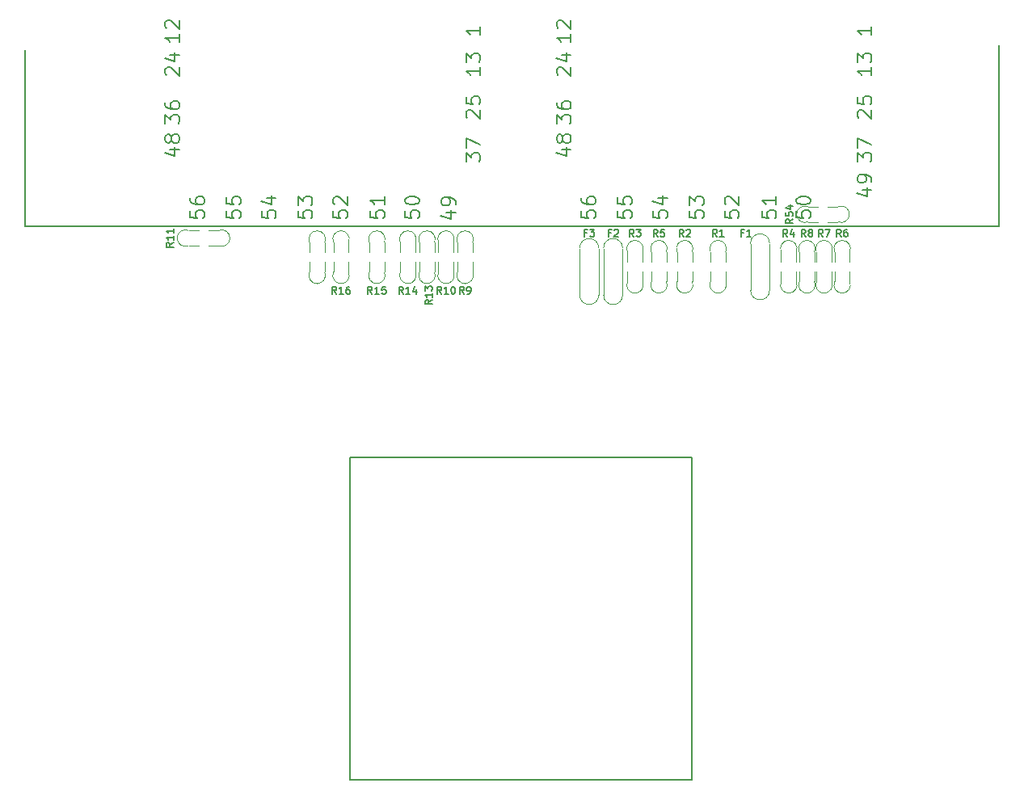
<source format=gto>
G04 #@! TF.GenerationSoftware,KiCad,Pcbnew,8.0.6-8.0.6-0~ubuntu22.04.1*
G04 #@! TF.CreationDate,2024-11-30T08:22:39+00:00*
G04 #@! TF.ProjectId,hellen-112-17,68656c6c-656e-42d3-9131-322d31372e6b,B*
G04 #@! TF.SameCoordinates,Original*
G04 #@! TF.FileFunction,Legend,Top*
G04 #@! TF.FilePolarity,Positive*
%FSLAX46Y46*%
G04 Gerber Fmt 4.6, Leading zero omitted, Abs format (unit mm)*
G04 Created by KiCad (PCBNEW 8.0.6-8.0.6-0~ubuntu22.04.1) date 2024-11-30 08:22:39*
%MOMM*%
%LPD*%
G01*
G04 APERTURE LIST*
%ADD10C,0.200000*%
%ADD11C,0.127000*%
%ADD12C,0.150000*%
%ADD13C,0.099060*%
%ADD14C,0.120000*%
G04 APERTURE END LIST*
D10*
X72187795Y71359337D02*
X72187795Y70645051D01*
X72187795Y70645051D02*
X72902081Y70573623D01*
X72902081Y70573623D02*
X72830652Y70645051D01*
X72830652Y70645051D02*
X72759224Y70787908D01*
X72759224Y70787908D02*
X72759224Y71145051D01*
X72759224Y71145051D02*
X72830652Y71287908D01*
X72830652Y71287908D02*
X72902081Y71359337D01*
X72902081Y71359337D02*
X73044938Y71430766D01*
X73044938Y71430766D02*
X73402081Y71430766D01*
X73402081Y71430766D02*
X73544938Y71359337D01*
X73544938Y71359337D02*
X73616367Y71287908D01*
X73616367Y71287908D02*
X73687795Y71145051D01*
X73687795Y71145051D02*
X73687795Y70787908D01*
X73687795Y70787908D02*
X73616367Y70645051D01*
X73616367Y70645051D02*
X73544938Y70573623D01*
X72187795Y72359337D02*
X72187795Y72502194D01*
X72187795Y72502194D02*
X72259224Y72645051D01*
X72259224Y72645051D02*
X72330652Y72716479D01*
X72330652Y72716479D02*
X72473509Y72787908D01*
X72473509Y72787908D02*
X72759224Y72859337D01*
X72759224Y72859337D02*
X73116367Y72859337D01*
X73116367Y72859337D02*
X73402081Y72787908D01*
X73402081Y72787908D02*
X73544938Y72716479D01*
X73544938Y72716479D02*
X73616367Y72645051D01*
X73616367Y72645051D02*
X73687795Y72502194D01*
X73687795Y72502194D02*
X73687795Y72359337D01*
X73687795Y72359337D02*
X73616367Y72216479D01*
X73616367Y72216479D02*
X73544938Y72145051D01*
X73544938Y72145051D02*
X73402081Y72073622D01*
X73402081Y72073622D02*
X73116367Y72002194D01*
X73116367Y72002194D02*
X72759224Y72002194D01*
X72759224Y72002194D02*
X72473509Y72073622D01*
X72473509Y72073622D02*
X72330652Y72145051D01*
X72330652Y72145051D02*
X72259224Y72216479D01*
X72259224Y72216479D02*
X72187795Y72359337D01*
X27587795Y71359337D02*
X27587795Y70645051D01*
X27587795Y70645051D02*
X28302081Y70573623D01*
X28302081Y70573623D02*
X28230652Y70645051D01*
X28230652Y70645051D02*
X28159224Y70787908D01*
X28159224Y70787908D02*
X28159224Y71145051D01*
X28159224Y71145051D02*
X28230652Y71287908D01*
X28230652Y71287908D02*
X28302081Y71359337D01*
X28302081Y71359337D02*
X28444938Y71430766D01*
X28444938Y71430766D02*
X28802081Y71430766D01*
X28802081Y71430766D02*
X28944938Y71359337D01*
X28944938Y71359337D02*
X29016367Y71287908D01*
X29016367Y71287908D02*
X29087795Y71145051D01*
X29087795Y71145051D02*
X29087795Y70787908D01*
X29087795Y70787908D02*
X29016367Y70645051D01*
X29016367Y70645051D02*
X28944938Y70573623D01*
X29087795Y72859337D02*
X29087795Y72002194D01*
X29087795Y72430765D02*
X27587795Y72430765D01*
X27587795Y72430765D02*
X27802081Y72287908D01*
X27802081Y72287908D02*
X27944938Y72145051D01*
X27944938Y72145051D02*
X28016367Y72002194D01*
X78730652Y81073623D02*
X78659224Y81145051D01*
X78659224Y81145051D02*
X78587795Y81287908D01*
X78587795Y81287908D02*
X78587795Y81645051D01*
X78587795Y81645051D02*
X78659224Y81787908D01*
X78659224Y81787908D02*
X78730652Y81859337D01*
X78730652Y81859337D02*
X78873509Y81930766D01*
X78873509Y81930766D02*
X79016367Y81930766D01*
X79016367Y81930766D02*
X79230652Y81859337D01*
X79230652Y81859337D02*
X80087795Y81002194D01*
X80087795Y81002194D02*
X80087795Y81930766D01*
X78587795Y83287908D02*
X78587795Y82573622D01*
X78587795Y82573622D02*
X79302081Y82502194D01*
X79302081Y82502194D02*
X79230652Y82573622D01*
X79230652Y82573622D02*
X79159224Y82716479D01*
X79159224Y82716479D02*
X79159224Y83073622D01*
X79159224Y83073622D02*
X79230652Y83216479D01*
X79230652Y83216479D02*
X79302081Y83287908D01*
X79302081Y83287908D02*
X79444938Y83359337D01*
X79444938Y83359337D02*
X79802081Y83359337D01*
X79802081Y83359337D02*
X79944938Y83287908D01*
X79944938Y83287908D02*
X80016367Y83216479D01*
X80016367Y83216479D02*
X80087795Y83073622D01*
X80087795Y83073622D02*
X80087795Y82716479D01*
X80087795Y82716479D02*
X80016367Y82573622D01*
X80016367Y82573622D02*
X79944938Y82502194D01*
X8687795Y71359337D02*
X8687795Y70645051D01*
X8687795Y70645051D02*
X9402081Y70573623D01*
X9402081Y70573623D02*
X9330652Y70645051D01*
X9330652Y70645051D02*
X9259224Y70787908D01*
X9259224Y70787908D02*
X9259224Y71145051D01*
X9259224Y71145051D02*
X9330652Y71287908D01*
X9330652Y71287908D02*
X9402081Y71359337D01*
X9402081Y71359337D02*
X9544938Y71430766D01*
X9544938Y71430766D02*
X9902081Y71430766D01*
X9902081Y71430766D02*
X10044938Y71359337D01*
X10044938Y71359337D02*
X10116367Y71287908D01*
X10116367Y71287908D02*
X10187795Y71145051D01*
X10187795Y71145051D02*
X10187795Y70787908D01*
X10187795Y70787908D02*
X10116367Y70645051D01*
X10116367Y70645051D02*
X10044938Y70573623D01*
X8687795Y72716479D02*
X8687795Y72430765D01*
X8687795Y72430765D02*
X8759224Y72287908D01*
X8759224Y72287908D02*
X8830652Y72216479D01*
X8830652Y72216479D02*
X9044938Y72073622D01*
X9044938Y72073622D02*
X9330652Y72002194D01*
X9330652Y72002194D02*
X9902081Y72002194D01*
X9902081Y72002194D02*
X10044938Y72073622D01*
X10044938Y72073622D02*
X10116367Y72145051D01*
X10116367Y72145051D02*
X10187795Y72287908D01*
X10187795Y72287908D02*
X10187795Y72573622D01*
X10187795Y72573622D02*
X10116367Y72716479D01*
X10116367Y72716479D02*
X10044938Y72787908D01*
X10044938Y72787908D02*
X9902081Y72859337D01*
X9902081Y72859337D02*
X9544938Y72859337D01*
X9544938Y72859337D02*
X9402081Y72787908D01*
X9402081Y72787908D02*
X9330652Y72716479D01*
X9330652Y72716479D02*
X9259224Y72573622D01*
X9259224Y72573622D02*
X9259224Y72287908D01*
X9259224Y72287908D02*
X9330652Y72145051D01*
X9330652Y72145051D02*
X9402081Y72073622D01*
X9402081Y72073622D02*
X9544938Y72002194D01*
X12487795Y71359337D02*
X12487795Y70645051D01*
X12487795Y70645051D02*
X13202081Y70573623D01*
X13202081Y70573623D02*
X13130652Y70645051D01*
X13130652Y70645051D02*
X13059224Y70787908D01*
X13059224Y70787908D02*
X13059224Y71145051D01*
X13059224Y71145051D02*
X13130652Y71287908D01*
X13130652Y71287908D02*
X13202081Y71359337D01*
X13202081Y71359337D02*
X13344938Y71430766D01*
X13344938Y71430766D02*
X13702081Y71430766D01*
X13702081Y71430766D02*
X13844938Y71359337D01*
X13844938Y71359337D02*
X13916367Y71287908D01*
X13916367Y71287908D02*
X13987795Y71145051D01*
X13987795Y71145051D02*
X13987795Y70787908D01*
X13987795Y70787908D02*
X13916367Y70645051D01*
X13916367Y70645051D02*
X13844938Y70573623D01*
X12487795Y72787908D02*
X12487795Y72073622D01*
X12487795Y72073622D02*
X13202081Y72002194D01*
X13202081Y72002194D02*
X13130652Y72073622D01*
X13130652Y72073622D02*
X13059224Y72216479D01*
X13059224Y72216479D02*
X13059224Y72573622D01*
X13059224Y72573622D02*
X13130652Y72716479D01*
X13130652Y72716479D02*
X13202081Y72787908D01*
X13202081Y72787908D02*
X13344938Y72859337D01*
X13344938Y72859337D02*
X13702081Y72859337D01*
X13702081Y72859337D02*
X13844938Y72787908D01*
X13844938Y72787908D02*
X13916367Y72716479D01*
X13916367Y72716479D02*
X13987795Y72573622D01*
X13987795Y72573622D02*
X13987795Y72216479D01*
X13987795Y72216479D02*
X13916367Y72073622D01*
X13916367Y72073622D02*
X13844938Y72002194D01*
X47230652Y85573623D02*
X47159224Y85645051D01*
X47159224Y85645051D02*
X47087795Y85787908D01*
X47087795Y85787908D02*
X47087795Y86145051D01*
X47087795Y86145051D02*
X47159224Y86287908D01*
X47159224Y86287908D02*
X47230652Y86359337D01*
X47230652Y86359337D02*
X47373509Y86430766D01*
X47373509Y86430766D02*
X47516367Y86430766D01*
X47516367Y86430766D02*
X47730652Y86359337D01*
X47730652Y86359337D02*
X48587795Y85502194D01*
X48587795Y85502194D02*
X48587795Y86430766D01*
X47587795Y87716479D02*
X48587795Y87716479D01*
X47016367Y87359337D02*
X48087795Y87002194D01*
X48087795Y87002194D02*
X48087795Y87930765D01*
X39087795Y86430766D02*
X39087795Y85573623D01*
X39087795Y86002194D02*
X37587795Y86002194D01*
X37587795Y86002194D02*
X37802081Y85859337D01*
X37802081Y85859337D02*
X37944938Y85716480D01*
X37944938Y85716480D02*
X38016367Y85573623D01*
X37587795Y86930765D02*
X37587795Y87859337D01*
X37587795Y87859337D02*
X38159224Y87359337D01*
X38159224Y87359337D02*
X38159224Y87573622D01*
X38159224Y87573622D02*
X38230652Y87716479D01*
X38230652Y87716479D02*
X38302081Y87787908D01*
X38302081Y87787908D02*
X38444938Y87859337D01*
X38444938Y87859337D02*
X38802081Y87859337D01*
X38802081Y87859337D02*
X38944938Y87787908D01*
X38944938Y87787908D02*
X39016367Y87716479D01*
X39016367Y87716479D02*
X39087795Y87573622D01*
X39087795Y87573622D02*
X39087795Y87145051D01*
X39087795Y87145051D02*
X39016367Y87002194D01*
X39016367Y87002194D02*
X38944938Y86930765D01*
X37587795Y76502194D02*
X37587795Y77430766D01*
X37587795Y77430766D02*
X38159224Y76930766D01*
X38159224Y76930766D02*
X38159224Y77145051D01*
X38159224Y77145051D02*
X38230652Y77287908D01*
X38230652Y77287908D02*
X38302081Y77359337D01*
X38302081Y77359337D02*
X38444938Y77430766D01*
X38444938Y77430766D02*
X38802081Y77430766D01*
X38802081Y77430766D02*
X38944938Y77359337D01*
X38944938Y77359337D02*
X39016367Y77287908D01*
X39016367Y77287908D02*
X39087795Y77145051D01*
X39087795Y77145051D02*
X39087795Y76716480D01*
X39087795Y76716480D02*
X39016367Y76573623D01*
X39016367Y76573623D02*
X38944938Y76502194D01*
X37587795Y77930765D02*
X37587795Y78930765D01*
X37587795Y78930765D02*
X39087795Y78287908D01*
X31187795Y71359337D02*
X31187795Y70645051D01*
X31187795Y70645051D02*
X31902081Y70573623D01*
X31902081Y70573623D02*
X31830652Y70645051D01*
X31830652Y70645051D02*
X31759224Y70787908D01*
X31759224Y70787908D02*
X31759224Y71145051D01*
X31759224Y71145051D02*
X31830652Y71287908D01*
X31830652Y71287908D02*
X31902081Y71359337D01*
X31902081Y71359337D02*
X32044938Y71430766D01*
X32044938Y71430766D02*
X32402081Y71430766D01*
X32402081Y71430766D02*
X32544938Y71359337D01*
X32544938Y71359337D02*
X32616367Y71287908D01*
X32616367Y71287908D02*
X32687795Y71145051D01*
X32687795Y71145051D02*
X32687795Y70787908D01*
X32687795Y70787908D02*
X32616367Y70645051D01*
X32616367Y70645051D02*
X32544938Y70573623D01*
X31187795Y72359337D02*
X31187795Y72502194D01*
X31187795Y72502194D02*
X31259224Y72645051D01*
X31259224Y72645051D02*
X31330652Y72716479D01*
X31330652Y72716479D02*
X31473509Y72787908D01*
X31473509Y72787908D02*
X31759224Y72859337D01*
X31759224Y72859337D02*
X32116367Y72859337D01*
X32116367Y72859337D02*
X32402081Y72787908D01*
X32402081Y72787908D02*
X32544938Y72716479D01*
X32544938Y72716479D02*
X32616367Y72645051D01*
X32616367Y72645051D02*
X32687795Y72502194D01*
X32687795Y72502194D02*
X32687795Y72359337D01*
X32687795Y72359337D02*
X32616367Y72216479D01*
X32616367Y72216479D02*
X32544938Y72145051D01*
X32544938Y72145051D02*
X32402081Y72073622D01*
X32402081Y72073622D02*
X32116367Y72002194D01*
X32116367Y72002194D02*
X31759224Y72002194D01*
X31759224Y72002194D02*
X31473509Y72073622D01*
X31473509Y72073622D02*
X31330652Y72145051D01*
X31330652Y72145051D02*
X31259224Y72216479D01*
X31259224Y72216479D02*
X31187795Y72359337D01*
X47587795Y77787908D02*
X48587795Y77787908D01*
X47016367Y77430766D02*
X48087795Y77073623D01*
X48087795Y77073623D02*
X48087795Y78002194D01*
X47730652Y78787908D02*
X47659224Y78645051D01*
X47659224Y78645051D02*
X47587795Y78573622D01*
X47587795Y78573622D02*
X47444938Y78502194D01*
X47444938Y78502194D02*
X47373509Y78502194D01*
X47373509Y78502194D02*
X47230652Y78573622D01*
X47230652Y78573622D02*
X47159224Y78645051D01*
X47159224Y78645051D02*
X47087795Y78787908D01*
X47087795Y78787908D02*
X47087795Y79073622D01*
X47087795Y79073622D02*
X47159224Y79216479D01*
X47159224Y79216479D02*
X47230652Y79287908D01*
X47230652Y79287908D02*
X47373509Y79359337D01*
X47373509Y79359337D02*
X47444938Y79359337D01*
X47444938Y79359337D02*
X47587795Y79287908D01*
X47587795Y79287908D02*
X47659224Y79216479D01*
X47659224Y79216479D02*
X47730652Y79073622D01*
X47730652Y79073622D02*
X47730652Y78787908D01*
X47730652Y78787908D02*
X47802081Y78645051D01*
X47802081Y78645051D02*
X47873509Y78573622D01*
X47873509Y78573622D02*
X48016367Y78502194D01*
X48016367Y78502194D02*
X48302081Y78502194D01*
X48302081Y78502194D02*
X48444938Y78573622D01*
X48444938Y78573622D02*
X48516367Y78645051D01*
X48516367Y78645051D02*
X48587795Y78787908D01*
X48587795Y78787908D02*
X48587795Y79073622D01*
X48587795Y79073622D02*
X48516367Y79216479D01*
X48516367Y79216479D02*
X48444938Y79287908D01*
X48444938Y79287908D02*
X48302081Y79359337D01*
X48302081Y79359337D02*
X48016367Y79359337D01*
X48016367Y79359337D02*
X47873509Y79287908D01*
X47873509Y79287908D02*
X47802081Y79216479D01*
X47802081Y79216479D02*
X47730652Y79073622D01*
X64687795Y71359337D02*
X64687795Y70645051D01*
X64687795Y70645051D02*
X65402081Y70573623D01*
X65402081Y70573623D02*
X65330652Y70645051D01*
X65330652Y70645051D02*
X65259224Y70787908D01*
X65259224Y70787908D02*
X65259224Y71145051D01*
X65259224Y71145051D02*
X65330652Y71287908D01*
X65330652Y71287908D02*
X65402081Y71359337D01*
X65402081Y71359337D02*
X65544938Y71430766D01*
X65544938Y71430766D02*
X65902081Y71430766D01*
X65902081Y71430766D02*
X66044938Y71359337D01*
X66044938Y71359337D02*
X66116367Y71287908D01*
X66116367Y71287908D02*
X66187795Y71145051D01*
X66187795Y71145051D02*
X66187795Y70787908D01*
X66187795Y70787908D02*
X66116367Y70645051D01*
X66116367Y70645051D02*
X66044938Y70573623D01*
X64830652Y72002194D02*
X64759224Y72073622D01*
X64759224Y72073622D02*
X64687795Y72216479D01*
X64687795Y72216479D02*
X64687795Y72573622D01*
X64687795Y72573622D02*
X64759224Y72716479D01*
X64759224Y72716479D02*
X64830652Y72787908D01*
X64830652Y72787908D02*
X64973509Y72859337D01*
X64973509Y72859337D02*
X65116367Y72859337D01*
X65116367Y72859337D02*
X65330652Y72787908D01*
X65330652Y72787908D02*
X66187795Y71930765D01*
X66187795Y71930765D02*
X66187795Y72859337D01*
X68587795Y71359337D02*
X68587795Y70645051D01*
X68587795Y70645051D02*
X69302081Y70573623D01*
X69302081Y70573623D02*
X69230652Y70645051D01*
X69230652Y70645051D02*
X69159224Y70787908D01*
X69159224Y70787908D02*
X69159224Y71145051D01*
X69159224Y71145051D02*
X69230652Y71287908D01*
X69230652Y71287908D02*
X69302081Y71359337D01*
X69302081Y71359337D02*
X69444938Y71430766D01*
X69444938Y71430766D02*
X69802081Y71430766D01*
X69802081Y71430766D02*
X69944938Y71359337D01*
X69944938Y71359337D02*
X70016367Y71287908D01*
X70016367Y71287908D02*
X70087795Y71145051D01*
X70087795Y71145051D02*
X70087795Y70787908D01*
X70087795Y70787908D02*
X70016367Y70645051D01*
X70016367Y70645051D02*
X69944938Y70573623D01*
X70087795Y72859337D02*
X70087795Y72002194D01*
X70087795Y72430765D02*
X68587795Y72430765D01*
X68587795Y72430765D02*
X68802081Y72287908D01*
X68802081Y72287908D02*
X68944938Y72145051D01*
X68944938Y72145051D02*
X69016367Y72002194D01*
X6230652Y85573623D02*
X6159224Y85645051D01*
X6159224Y85645051D02*
X6087795Y85787908D01*
X6087795Y85787908D02*
X6087795Y86145051D01*
X6087795Y86145051D02*
X6159224Y86287908D01*
X6159224Y86287908D02*
X6230652Y86359337D01*
X6230652Y86359337D02*
X6373509Y86430766D01*
X6373509Y86430766D02*
X6516367Y86430766D01*
X6516367Y86430766D02*
X6730652Y86359337D01*
X6730652Y86359337D02*
X7587795Y85502194D01*
X7587795Y85502194D02*
X7587795Y86430766D01*
X6587795Y87716479D02*
X7587795Y87716479D01*
X6016367Y87359337D02*
X7087795Y87002194D01*
X7087795Y87002194D02*
X7087795Y87930765D01*
X57187795Y71359337D02*
X57187795Y70645051D01*
X57187795Y70645051D02*
X57902081Y70573623D01*
X57902081Y70573623D02*
X57830652Y70645051D01*
X57830652Y70645051D02*
X57759224Y70787908D01*
X57759224Y70787908D02*
X57759224Y71145051D01*
X57759224Y71145051D02*
X57830652Y71287908D01*
X57830652Y71287908D02*
X57902081Y71359337D01*
X57902081Y71359337D02*
X58044938Y71430766D01*
X58044938Y71430766D02*
X58402081Y71430766D01*
X58402081Y71430766D02*
X58544938Y71359337D01*
X58544938Y71359337D02*
X58616367Y71287908D01*
X58616367Y71287908D02*
X58687795Y71145051D01*
X58687795Y71145051D02*
X58687795Y70787908D01*
X58687795Y70787908D02*
X58616367Y70645051D01*
X58616367Y70645051D02*
X58544938Y70573623D01*
X57687795Y72716479D02*
X58687795Y72716479D01*
X57116367Y72359337D02*
X58187795Y72002194D01*
X58187795Y72002194D02*
X58187795Y72930765D01*
X37730652Y81073623D02*
X37659224Y81145051D01*
X37659224Y81145051D02*
X37587795Y81287908D01*
X37587795Y81287908D02*
X37587795Y81645051D01*
X37587795Y81645051D02*
X37659224Y81787908D01*
X37659224Y81787908D02*
X37730652Y81859337D01*
X37730652Y81859337D02*
X37873509Y81930766D01*
X37873509Y81930766D02*
X38016367Y81930766D01*
X38016367Y81930766D02*
X38230652Y81859337D01*
X38230652Y81859337D02*
X39087795Y81002194D01*
X39087795Y81002194D02*
X39087795Y81930766D01*
X37587795Y83287908D02*
X37587795Y82573622D01*
X37587795Y82573622D02*
X38302081Y82502194D01*
X38302081Y82502194D02*
X38230652Y82573622D01*
X38230652Y82573622D02*
X38159224Y82716479D01*
X38159224Y82716479D02*
X38159224Y83073622D01*
X38159224Y83073622D02*
X38230652Y83216479D01*
X38230652Y83216479D02*
X38302081Y83287908D01*
X38302081Y83287908D02*
X38444938Y83359337D01*
X38444938Y83359337D02*
X38802081Y83359337D01*
X38802081Y83359337D02*
X38944938Y83287908D01*
X38944938Y83287908D02*
X39016367Y83216479D01*
X39016367Y83216479D02*
X39087795Y83073622D01*
X39087795Y83073622D02*
X39087795Y82716479D01*
X39087795Y82716479D02*
X39016367Y82573622D01*
X39016367Y82573622D02*
X38944938Y82502194D01*
X53487795Y71359337D02*
X53487795Y70645051D01*
X53487795Y70645051D02*
X54202081Y70573623D01*
X54202081Y70573623D02*
X54130652Y70645051D01*
X54130652Y70645051D02*
X54059224Y70787908D01*
X54059224Y70787908D02*
X54059224Y71145051D01*
X54059224Y71145051D02*
X54130652Y71287908D01*
X54130652Y71287908D02*
X54202081Y71359337D01*
X54202081Y71359337D02*
X54344938Y71430766D01*
X54344938Y71430766D02*
X54702081Y71430766D01*
X54702081Y71430766D02*
X54844938Y71359337D01*
X54844938Y71359337D02*
X54916367Y71287908D01*
X54916367Y71287908D02*
X54987795Y71145051D01*
X54987795Y71145051D02*
X54987795Y70787908D01*
X54987795Y70787908D02*
X54916367Y70645051D01*
X54916367Y70645051D02*
X54844938Y70573623D01*
X53487795Y72787908D02*
X53487795Y72073622D01*
X53487795Y72073622D02*
X54202081Y72002194D01*
X54202081Y72002194D02*
X54130652Y72073622D01*
X54130652Y72073622D02*
X54059224Y72216479D01*
X54059224Y72216479D02*
X54059224Y72573622D01*
X54059224Y72573622D02*
X54130652Y72716479D01*
X54130652Y72716479D02*
X54202081Y72787908D01*
X54202081Y72787908D02*
X54344938Y72859337D01*
X54344938Y72859337D02*
X54702081Y72859337D01*
X54702081Y72859337D02*
X54844938Y72787908D01*
X54844938Y72787908D02*
X54916367Y72716479D01*
X54916367Y72716479D02*
X54987795Y72573622D01*
X54987795Y72573622D02*
X54987795Y72216479D01*
X54987795Y72216479D02*
X54916367Y72073622D01*
X54916367Y72073622D02*
X54844938Y72002194D01*
X23687795Y71359337D02*
X23687795Y70645051D01*
X23687795Y70645051D02*
X24402081Y70573623D01*
X24402081Y70573623D02*
X24330652Y70645051D01*
X24330652Y70645051D02*
X24259224Y70787908D01*
X24259224Y70787908D02*
X24259224Y71145051D01*
X24259224Y71145051D02*
X24330652Y71287908D01*
X24330652Y71287908D02*
X24402081Y71359337D01*
X24402081Y71359337D02*
X24544938Y71430766D01*
X24544938Y71430766D02*
X24902081Y71430766D01*
X24902081Y71430766D02*
X25044938Y71359337D01*
X25044938Y71359337D02*
X25116367Y71287908D01*
X25116367Y71287908D02*
X25187795Y71145051D01*
X25187795Y71145051D02*
X25187795Y70787908D01*
X25187795Y70787908D02*
X25116367Y70645051D01*
X25116367Y70645051D02*
X25044938Y70573623D01*
X23830652Y72002194D02*
X23759224Y72073622D01*
X23759224Y72073622D02*
X23687795Y72216479D01*
X23687795Y72216479D02*
X23687795Y72573622D01*
X23687795Y72573622D02*
X23759224Y72716479D01*
X23759224Y72716479D02*
X23830652Y72787908D01*
X23830652Y72787908D02*
X23973509Y72859337D01*
X23973509Y72859337D02*
X24116367Y72859337D01*
X24116367Y72859337D02*
X24330652Y72787908D01*
X24330652Y72787908D02*
X25187795Y71930765D01*
X25187795Y71930765D02*
X25187795Y72859337D01*
X6087795Y80502194D02*
X6087795Y81430766D01*
X6087795Y81430766D02*
X6659224Y80930766D01*
X6659224Y80930766D02*
X6659224Y81145051D01*
X6659224Y81145051D02*
X6730652Y81287908D01*
X6730652Y81287908D02*
X6802081Y81359337D01*
X6802081Y81359337D02*
X6944938Y81430766D01*
X6944938Y81430766D02*
X7302081Y81430766D01*
X7302081Y81430766D02*
X7444938Y81359337D01*
X7444938Y81359337D02*
X7516367Y81287908D01*
X7516367Y81287908D02*
X7587795Y81145051D01*
X7587795Y81145051D02*
X7587795Y80716480D01*
X7587795Y80716480D02*
X7516367Y80573623D01*
X7516367Y80573623D02*
X7444938Y80502194D01*
X6087795Y82716479D02*
X6087795Y82430765D01*
X6087795Y82430765D02*
X6159224Y82287908D01*
X6159224Y82287908D02*
X6230652Y82216479D01*
X6230652Y82216479D02*
X6444938Y82073622D01*
X6444938Y82073622D02*
X6730652Y82002194D01*
X6730652Y82002194D02*
X7302081Y82002194D01*
X7302081Y82002194D02*
X7444938Y82073622D01*
X7444938Y82073622D02*
X7516367Y82145051D01*
X7516367Y82145051D02*
X7587795Y82287908D01*
X7587795Y82287908D02*
X7587795Y82573622D01*
X7587795Y82573622D02*
X7516367Y82716479D01*
X7516367Y82716479D02*
X7444938Y82787908D01*
X7444938Y82787908D02*
X7302081Y82859337D01*
X7302081Y82859337D02*
X6944938Y82859337D01*
X6944938Y82859337D02*
X6802081Y82787908D01*
X6802081Y82787908D02*
X6730652Y82716479D01*
X6730652Y82716479D02*
X6659224Y82573622D01*
X6659224Y82573622D02*
X6659224Y82287908D01*
X6659224Y82287908D02*
X6730652Y82145051D01*
X6730652Y82145051D02*
X6802081Y82073622D01*
X6802081Y82073622D02*
X6944938Y82002194D01*
X39087795Y90645052D02*
X39087795Y89787909D01*
X39087795Y90216480D02*
X37587795Y90216480D01*
X37587795Y90216480D02*
X37802081Y90073623D01*
X37802081Y90073623D02*
X37944938Y89930766D01*
X37944938Y89930766D02*
X38016367Y89787909D01*
X19987795Y71359337D02*
X19987795Y70645051D01*
X19987795Y70645051D02*
X20702081Y70573623D01*
X20702081Y70573623D02*
X20630652Y70645051D01*
X20630652Y70645051D02*
X20559224Y70787908D01*
X20559224Y70787908D02*
X20559224Y71145051D01*
X20559224Y71145051D02*
X20630652Y71287908D01*
X20630652Y71287908D02*
X20702081Y71359337D01*
X20702081Y71359337D02*
X20844938Y71430766D01*
X20844938Y71430766D02*
X21202081Y71430766D01*
X21202081Y71430766D02*
X21344938Y71359337D01*
X21344938Y71359337D02*
X21416367Y71287908D01*
X21416367Y71287908D02*
X21487795Y71145051D01*
X21487795Y71145051D02*
X21487795Y70787908D01*
X21487795Y70787908D02*
X21416367Y70645051D01*
X21416367Y70645051D02*
X21344938Y70573623D01*
X19987795Y71930765D02*
X19987795Y72859337D01*
X19987795Y72859337D02*
X20559224Y72359337D01*
X20559224Y72359337D02*
X20559224Y72573622D01*
X20559224Y72573622D02*
X20630652Y72716479D01*
X20630652Y72716479D02*
X20702081Y72787908D01*
X20702081Y72787908D02*
X20844938Y72859337D01*
X20844938Y72859337D02*
X21202081Y72859337D01*
X21202081Y72859337D02*
X21344938Y72787908D01*
X21344938Y72787908D02*
X21416367Y72716479D01*
X21416367Y72716479D02*
X21487795Y72573622D01*
X21487795Y72573622D02*
X21487795Y72145051D01*
X21487795Y72145051D02*
X21416367Y72002194D01*
X21416367Y72002194D02*
X21344938Y71930765D01*
X16187795Y71359337D02*
X16187795Y70645051D01*
X16187795Y70645051D02*
X16902081Y70573623D01*
X16902081Y70573623D02*
X16830652Y70645051D01*
X16830652Y70645051D02*
X16759224Y70787908D01*
X16759224Y70787908D02*
X16759224Y71145051D01*
X16759224Y71145051D02*
X16830652Y71287908D01*
X16830652Y71287908D02*
X16902081Y71359337D01*
X16902081Y71359337D02*
X17044938Y71430766D01*
X17044938Y71430766D02*
X17402081Y71430766D01*
X17402081Y71430766D02*
X17544938Y71359337D01*
X17544938Y71359337D02*
X17616367Y71287908D01*
X17616367Y71287908D02*
X17687795Y71145051D01*
X17687795Y71145051D02*
X17687795Y70787908D01*
X17687795Y70787908D02*
X17616367Y70645051D01*
X17616367Y70645051D02*
X17544938Y70573623D01*
X16687795Y72716479D02*
X17687795Y72716479D01*
X16116367Y72359337D02*
X17187795Y72002194D01*
X17187795Y72002194D02*
X17187795Y72930765D01*
X6587795Y77787908D02*
X7587795Y77787908D01*
X6016367Y77430766D02*
X7087795Y77073623D01*
X7087795Y77073623D02*
X7087795Y78002194D01*
X6730652Y78787908D02*
X6659224Y78645051D01*
X6659224Y78645051D02*
X6587795Y78573622D01*
X6587795Y78573622D02*
X6444938Y78502194D01*
X6444938Y78502194D02*
X6373509Y78502194D01*
X6373509Y78502194D02*
X6230652Y78573622D01*
X6230652Y78573622D02*
X6159224Y78645051D01*
X6159224Y78645051D02*
X6087795Y78787908D01*
X6087795Y78787908D02*
X6087795Y79073622D01*
X6087795Y79073622D02*
X6159224Y79216479D01*
X6159224Y79216479D02*
X6230652Y79287908D01*
X6230652Y79287908D02*
X6373509Y79359337D01*
X6373509Y79359337D02*
X6444938Y79359337D01*
X6444938Y79359337D02*
X6587795Y79287908D01*
X6587795Y79287908D02*
X6659224Y79216479D01*
X6659224Y79216479D02*
X6730652Y79073622D01*
X6730652Y79073622D02*
X6730652Y78787908D01*
X6730652Y78787908D02*
X6802081Y78645051D01*
X6802081Y78645051D02*
X6873509Y78573622D01*
X6873509Y78573622D02*
X7016367Y78502194D01*
X7016367Y78502194D02*
X7302081Y78502194D01*
X7302081Y78502194D02*
X7444938Y78573622D01*
X7444938Y78573622D02*
X7516367Y78645051D01*
X7516367Y78645051D02*
X7587795Y78787908D01*
X7587795Y78787908D02*
X7587795Y79073622D01*
X7587795Y79073622D02*
X7516367Y79216479D01*
X7516367Y79216479D02*
X7444938Y79287908D01*
X7444938Y79287908D02*
X7302081Y79359337D01*
X7302081Y79359337D02*
X7016367Y79359337D01*
X7016367Y79359337D02*
X6873509Y79287908D01*
X6873509Y79287908D02*
X6802081Y79216479D01*
X6802081Y79216479D02*
X6730652Y79073622D01*
X80087795Y86430766D02*
X80087795Y85573623D01*
X80087795Y86002194D02*
X78587795Y86002194D01*
X78587795Y86002194D02*
X78802081Y85859337D01*
X78802081Y85859337D02*
X78944938Y85716480D01*
X78944938Y85716480D02*
X79016367Y85573623D01*
X78587795Y86930765D02*
X78587795Y87859337D01*
X78587795Y87859337D02*
X79159224Y87359337D01*
X79159224Y87359337D02*
X79159224Y87573622D01*
X79159224Y87573622D02*
X79230652Y87716479D01*
X79230652Y87716479D02*
X79302081Y87787908D01*
X79302081Y87787908D02*
X79444938Y87859337D01*
X79444938Y87859337D02*
X79802081Y87859337D01*
X79802081Y87859337D02*
X79944938Y87787908D01*
X79944938Y87787908D02*
X80016367Y87716479D01*
X80016367Y87716479D02*
X80087795Y87573622D01*
X80087795Y87573622D02*
X80087795Y87145051D01*
X80087795Y87145051D02*
X80016367Y87002194D01*
X80016367Y87002194D02*
X79944938Y86930765D01*
X48587795Y89930766D02*
X48587795Y89073623D01*
X48587795Y89502194D02*
X47087795Y89502194D01*
X47087795Y89502194D02*
X47302081Y89359337D01*
X47302081Y89359337D02*
X47444938Y89216480D01*
X47444938Y89216480D02*
X47516367Y89073623D01*
X47230652Y90502194D02*
X47159224Y90573622D01*
X47159224Y90573622D02*
X47087795Y90716479D01*
X47087795Y90716479D02*
X47087795Y91073622D01*
X47087795Y91073622D02*
X47159224Y91216479D01*
X47159224Y91216479D02*
X47230652Y91287908D01*
X47230652Y91287908D02*
X47373509Y91359337D01*
X47373509Y91359337D02*
X47516367Y91359337D01*
X47516367Y91359337D02*
X47730652Y91287908D01*
X47730652Y91287908D02*
X48587795Y90430765D01*
X48587795Y90430765D02*
X48587795Y91359337D01*
X60987795Y71359337D02*
X60987795Y70645051D01*
X60987795Y70645051D02*
X61702081Y70573623D01*
X61702081Y70573623D02*
X61630652Y70645051D01*
X61630652Y70645051D02*
X61559224Y70787908D01*
X61559224Y70787908D02*
X61559224Y71145051D01*
X61559224Y71145051D02*
X61630652Y71287908D01*
X61630652Y71287908D02*
X61702081Y71359337D01*
X61702081Y71359337D02*
X61844938Y71430766D01*
X61844938Y71430766D02*
X62202081Y71430766D01*
X62202081Y71430766D02*
X62344938Y71359337D01*
X62344938Y71359337D02*
X62416367Y71287908D01*
X62416367Y71287908D02*
X62487795Y71145051D01*
X62487795Y71145051D02*
X62487795Y70787908D01*
X62487795Y70787908D02*
X62416367Y70645051D01*
X62416367Y70645051D02*
X62344938Y70573623D01*
X60987795Y71930765D02*
X60987795Y72859337D01*
X60987795Y72859337D02*
X61559224Y72359337D01*
X61559224Y72359337D02*
X61559224Y72573622D01*
X61559224Y72573622D02*
X61630652Y72716479D01*
X61630652Y72716479D02*
X61702081Y72787908D01*
X61702081Y72787908D02*
X61844938Y72859337D01*
X61844938Y72859337D02*
X62202081Y72859337D01*
X62202081Y72859337D02*
X62344938Y72787908D01*
X62344938Y72787908D02*
X62416367Y72716479D01*
X62416367Y72716479D02*
X62487795Y72573622D01*
X62487795Y72573622D02*
X62487795Y72145051D01*
X62487795Y72145051D02*
X62416367Y72002194D01*
X62416367Y72002194D02*
X62344938Y71930765D01*
X49687795Y71359337D02*
X49687795Y70645051D01*
X49687795Y70645051D02*
X50402081Y70573623D01*
X50402081Y70573623D02*
X50330652Y70645051D01*
X50330652Y70645051D02*
X50259224Y70787908D01*
X50259224Y70787908D02*
X50259224Y71145051D01*
X50259224Y71145051D02*
X50330652Y71287908D01*
X50330652Y71287908D02*
X50402081Y71359337D01*
X50402081Y71359337D02*
X50544938Y71430766D01*
X50544938Y71430766D02*
X50902081Y71430766D01*
X50902081Y71430766D02*
X51044938Y71359337D01*
X51044938Y71359337D02*
X51116367Y71287908D01*
X51116367Y71287908D02*
X51187795Y71145051D01*
X51187795Y71145051D02*
X51187795Y70787908D01*
X51187795Y70787908D02*
X51116367Y70645051D01*
X51116367Y70645051D02*
X51044938Y70573623D01*
X49687795Y72716479D02*
X49687795Y72430765D01*
X49687795Y72430765D02*
X49759224Y72287908D01*
X49759224Y72287908D02*
X49830652Y72216479D01*
X49830652Y72216479D02*
X50044938Y72073622D01*
X50044938Y72073622D02*
X50330652Y72002194D01*
X50330652Y72002194D02*
X50902081Y72002194D01*
X50902081Y72002194D02*
X51044938Y72073622D01*
X51044938Y72073622D02*
X51116367Y72145051D01*
X51116367Y72145051D02*
X51187795Y72287908D01*
X51187795Y72287908D02*
X51187795Y72573622D01*
X51187795Y72573622D02*
X51116367Y72716479D01*
X51116367Y72716479D02*
X51044938Y72787908D01*
X51044938Y72787908D02*
X50902081Y72859337D01*
X50902081Y72859337D02*
X50544938Y72859337D01*
X50544938Y72859337D02*
X50402081Y72787908D01*
X50402081Y72787908D02*
X50330652Y72716479D01*
X50330652Y72716479D02*
X50259224Y72573622D01*
X50259224Y72573622D02*
X50259224Y72287908D01*
X50259224Y72287908D02*
X50330652Y72145051D01*
X50330652Y72145051D02*
X50402081Y72073622D01*
X50402081Y72073622D02*
X50544938Y72002194D01*
X80087795Y90645052D02*
X80087795Y89787909D01*
X80087795Y90216480D02*
X78587795Y90216480D01*
X78587795Y90216480D02*
X78802081Y90073623D01*
X78802081Y90073623D02*
X78944938Y89930766D01*
X78944938Y89930766D02*
X79016367Y89787909D01*
X79083528Y73571429D02*
X80083528Y73571429D01*
X78512100Y73214287D02*
X79583528Y72857144D01*
X79583528Y72857144D02*
X79583528Y73785715D01*
X80083528Y74428572D02*
X80083528Y74714286D01*
X80083528Y74714286D02*
X80012100Y74857143D01*
X80012100Y74857143D02*
X79940671Y74928572D01*
X79940671Y74928572D02*
X79726385Y75071429D01*
X79726385Y75071429D02*
X79440671Y75142858D01*
X79440671Y75142858D02*
X78869242Y75142858D01*
X78869242Y75142858D02*
X78726385Y75071429D01*
X78726385Y75071429D02*
X78654957Y75000000D01*
X78654957Y75000000D02*
X78583528Y74857143D01*
X78583528Y74857143D02*
X78583528Y74571429D01*
X78583528Y74571429D02*
X78654957Y74428572D01*
X78654957Y74428572D02*
X78726385Y74357143D01*
X78726385Y74357143D02*
X78869242Y74285715D01*
X78869242Y74285715D02*
X79226385Y74285715D01*
X79226385Y74285715D02*
X79369242Y74357143D01*
X79369242Y74357143D02*
X79440671Y74428572D01*
X79440671Y74428572D02*
X79512100Y74571429D01*
X79512100Y74571429D02*
X79512100Y74857143D01*
X79512100Y74857143D02*
X79440671Y75000000D01*
X79440671Y75000000D02*
X79369242Y75071429D01*
X79369242Y75071429D02*
X79226385Y75142858D01*
X78587795Y76502194D02*
X78587795Y77430766D01*
X78587795Y77430766D02*
X79159224Y76930766D01*
X79159224Y76930766D02*
X79159224Y77145051D01*
X79159224Y77145051D02*
X79230652Y77287908D01*
X79230652Y77287908D02*
X79302081Y77359337D01*
X79302081Y77359337D02*
X79444938Y77430766D01*
X79444938Y77430766D02*
X79802081Y77430766D01*
X79802081Y77430766D02*
X79944938Y77359337D01*
X79944938Y77359337D02*
X80016367Y77287908D01*
X80016367Y77287908D02*
X80087795Y77145051D01*
X80087795Y77145051D02*
X80087795Y76716480D01*
X80087795Y76716480D02*
X80016367Y76573623D01*
X80016367Y76573623D02*
X79944938Y76502194D01*
X78587795Y77930765D02*
X78587795Y78930765D01*
X78587795Y78930765D02*
X80087795Y78287908D01*
X7587795Y89930766D02*
X7587795Y89073623D01*
X7587795Y89502194D02*
X6087795Y89502194D01*
X6087795Y89502194D02*
X6302081Y89359337D01*
X6302081Y89359337D02*
X6444938Y89216480D01*
X6444938Y89216480D02*
X6516367Y89073623D01*
X6230652Y90502194D02*
X6159224Y90573622D01*
X6159224Y90573622D02*
X6087795Y90716479D01*
X6087795Y90716479D02*
X6087795Y91073622D01*
X6087795Y91073622D02*
X6159224Y91216479D01*
X6159224Y91216479D02*
X6230652Y91287908D01*
X6230652Y91287908D02*
X6373509Y91359337D01*
X6373509Y91359337D02*
X6516367Y91359337D01*
X6516367Y91359337D02*
X6730652Y91287908D01*
X6730652Y91287908D02*
X7587795Y90430765D01*
X7587795Y90430765D02*
X7587795Y91359337D01*
X35487795Y71187908D02*
X36487795Y71187908D01*
X34916367Y70830766D02*
X35987795Y70473623D01*
X35987795Y70473623D02*
X35987795Y71402194D01*
X36487795Y72045051D02*
X36487795Y72330765D01*
X36487795Y72330765D02*
X36416367Y72473622D01*
X36416367Y72473622D02*
X36344938Y72545051D01*
X36344938Y72545051D02*
X36130652Y72687908D01*
X36130652Y72687908D02*
X35844938Y72759337D01*
X35844938Y72759337D02*
X35273509Y72759337D01*
X35273509Y72759337D02*
X35130652Y72687908D01*
X35130652Y72687908D02*
X35059224Y72616479D01*
X35059224Y72616479D02*
X34987795Y72473622D01*
X34987795Y72473622D02*
X34987795Y72187908D01*
X34987795Y72187908D02*
X35059224Y72045051D01*
X35059224Y72045051D02*
X35130652Y71973622D01*
X35130652Y71973622D02*
X35273509Y71902194D01*
X35273509Y71902194D02*
X35630652Y71902194D01*
X35630652Y71902194D02*
X35773509Y71973622D01*
X35773509Y71973622D02*
X35844938Y72045051D01*
X35844938Y72045051D02*
X35916367Y72187908D01*
X35916367Y72187908D02*
X35916367Y72473622D01*
X35916367Y72473622D02*
X35844938Y72616479D01*
X35844938Y72616479D02*
X35773509Y72687908D01*
X35773509Y72687908D02*
X35630652Y72759337D01*
X47087795Y80502194D02*
X47087795Y81430766D01*
X47087795Y81430766D02*
X47659224Y80930766D01*
X47659224Y80930766D02*
X47659224Y81145051D01*
X47659224Y81145051D02*
X47730652Y81287908D01*
X47730652Y81287908D02*
X47802081Y81359337D01*
X47802081Y81359337D02*
X47944938Y81430766D01*
X47944938Y81430766D02*
X48302081Y81430766D01*
X48302081Y81430766D02*
X48444938Y81359337D01*
X48444938Y81359337D02*
X48516367Y81287908D01*
X48516367Y81287908D02*
X48587795Y81145051D01*
X48587795Y81145051D02*
X48587795Y80716480D01*
X48587795Y80716480D02*
X48516367Y80573623D01*
X48516367Y80573623D02*
X48444938Y80502194D01*
X47087795Y82716479D02*
X47087795Y82430765D01*
X47087795Y82430765D02*
X47159224Y82287908D01*
X47159224Y82287908D02*
X47230652Y82216479D01*
X47230652Y82216479D02*
X47444938Y82073622D01*
X47444938Y82073622D02*
X47730652Y82002194D01*
X47730652Y82002194D02*
X48302081Y82002194D01*
X48302081Y82002194D02*
X48444938Y82073622D01*
X48444938Y82073622D02*
X48516367Y82145051D01*
X48516367Y82145051D02*
X48587795Y82287908D01*
X48587795Y82287908D02*
X48587795Y82573622D01*
X48587795Y82573622D02*
X48516367Y82716479D01*
X48516367Y82716479D02*
X48444938Y82787908D01*
X48444938Y82787908D02*
X48302081Y82859337D01*
X48302081Y82859337D02*
X47944938Y82859337D01*
X47944938Y82859337D02*
X47802081Y82787908D01*
X47802081Y82787908D02*
X47730652Y82716479D01*
X47730652Y82716479D02*
X47659224Y82573622D01*
X47659224Y82573622D02*
X47659224Y82287908D01*
X47659224Y82287908D02*
X47730652Y82145051D01*
X47730652Y82145051D02*
X47802081Y82073622D01*
X47802081Y82073622D02*
X47944938Y82002194D01*
D11*
X34045911Y62010144D02*
X33683054Y61756144D01*
X34045911Y61574715D02*
X33283911Y61574715D01*
X33283911Y61574715D02*
X33283911Y61865001D01*
X33283911Y61865001D02*
X33320197Y61937572D01*
X33320197Y61937572D02*
X33356483Y61973858D01*
X33356483Y61973858D02*
X33429054Y62010144D01*
X33429054Y62010144D02*
X33537911Y62010144D01*
X33537911Y62010144D02*
X33610483Y61973858D01*
X33610483Y61973858D02*
X33646768Y61937572D01*
X33646768Y61937572D02*
X33683054Y61865001D01*
X33683054Y61865001D02*
X33683054Y61574715D01*
X34045911Y62735858D02*
X34045911Y62300429D01*
X34045911Y62518144D02*
X33283911Y62518144D01*
X33283911Y62518144D02*
X33392768Y62445572D01*
X33392768Y62445572D02*
X33465340Y62373001D01*
X33465340Y62373001D02*
X33501626Y62300429D01*
X33283911Y62989858D02*
X33283911Y63461572D01*
X33283911Y63461572D02*
X33574197Y63207572D01*
X33574197Y63207572D02*
X33574197Y63316429D01*
X33574197Y63316429D02*
X33610483Y63389000D01*
X33610483Y63389000D02*
X33646768Y63425286D01*
X33646768Y63425286D02*
X33719340Y63461572D01*
X33719340Y63461572D02*
X33900768Y63461572D01*
X33900768Y63461572D02*
X33973340Y63425286D01*
X33973340Y63425286D02*
X34009626Y63389000D01*
X34009626Y63389000D02*
X34045911Y63316429D01*
X34045911Y63316429D02*
X34045911Y63098715D01*
X34045911Y63098715D02*
X34009626Y63026143D01*
X34009626Y63026143D02*
X33973340Y62989858D01*
X6940911Y68010144D02*
X6578054Y67756144D01*
X6940911Y67574715D02*
X6178911Y67574715D01*
X6178911Y67574715D02*
X6178911Y67865001D01*
X6178911Y67865001D02*
X6215197Y67937572D01*
X6215197Y67937572D02*
X6251483Y67973858D01*
X6251483Y67973858D02*
X6324054Y68010144D01*
X6324054Y68010144D02*
X6432911Y68010144D01*
X6432911Y68010144D02*
X6505483Y67973858D01*
X6505483Y67973858D02*
X6541768Y67937572D01*
X6541768Y67937572D02*
X6578054Y67865001D01*
X6578054Y67865001D02*
X6578054Y67574715D01*
X6940911Y68735858D02*
X6940911Y68300429D01*
X6940911Y68518144D02*
X6178911Y68518144D01*
X6178911Y68518144D02*
X6287768Y68445572D01*
X6287768Y68445572D02*
X6360340Y68373001D01*
X6360340Y68373001D02*
X6396626Y68300429D01*
X6940911Y69461572D02*
X6940911Y69026143D01*
X6940911Y69243858D02*
X6178911Y69243858D01*
X6178911Y69243858D02*
X6287768Y69171286D01*
X6287768Y69171286D02*
X6360340Y69098715D01*
X6360340Y69098715D02*
X6396626Y69026143D01*
X31010143Y62654089D02*
X30756143Y63016946D01*
X30574714Y62654089D02*
X30574714Y63416089D01*
X30574714Y63416089D02*
X30865000Y63416089D01*
X30865000Y63416089D02*
X30937571Y63379803D01*
X30937571Y63379803D02*
X30973857Y63343517D01*
X30973857Y63343517D02*
X31010143Y63270946D01*
X31010143Y63270946D02*
X31010143Y63162089D01*
X31010143Y63162089D02*
X30973857Y63089517D01*
X30973857Y63089517D02*
X30937571Y63053232D01*
X30937571Y63053232D02*
X30865000Y63016946D01*
X30865000Y63016946D02*
X30574714Y63016946D01*
X31735857Y62654089D02*
X31300428Y62654089D01*
X31518143Y62654089D02*
X31518143Y63416089D01*
X31518143Y63416089D02*
X31445571Y63307232D01*
X31445571Y63307232D02*
X31373000Y63234660D01*
X31373000Y63234660D02*
X31300428Y63198374D01*
X32389000Y63162089D02*
X32389000Y62654089D01*
X32207571Y63452374D02*
X32026142Y62908089D01*
X32026142Y62908089D02*
X32497857Y62908089D01*
X52746000Y69053232D02*
X52492000Y69053232D01*
X52492000Y68654089D02*
X52492000Y69416089D01*
X52492000Y69416089D02*
X52854857Y69416089D01*
X53108857Y69343517D02*
X53145143Y69379803D01*
X53145143Y69379803D02*
X53217715Y69416089D01*
X53217715Y69416089D02*
X53399143Y69416089D01*
X53399143Y69416089D02*
X53471715Y69379803D01*
X53471715Y69379803D02*
X53508000Y69343517D01*
X53508000Y69343517D02*
X53544286Y69270946D01*
X53544286Y69270946D02*
X53544286Y69198374D01*
X53544286Y69198374D02*
X53508000Y69089517D01*
X53508000Y69089517D02*
X53072572Y68654089D01*
X53072572Y68654089D02*
X53544286Y68654089D01*
X27760143Y62654089D02*
X27506143Y63016946D01*
X27324714Y62654089D02*
X27324714Y63416089D01*
X27324714Y63416089D02*
X27615000Y63416089D01*
X27615000Y63416089D02*
X27687571Y63379803D01*
X27687571Y63379803D02*
X27723857Y63343517D01*
X27723857Y63343517D02*
X27760143Y63270946D01*
X27760143Y63270946D02*
X27760143Y63162089D01*
X27760143Y63162089D02*
X27723857Y63089517D01*
X27723857Y63089517D02*
X27687571Y63053232D01*
X27687571Y63053232D02*
X27615000Y63016946D01*
X27615000Y63016946D02*
X27324714Y63016946D01*
X28485857Y62654089D02*
X28050428Y62654089D01*
X28268143Y62654089D02*
X28268143Y63416089D01*
X28268143Y63416089D02*
X28195571Y63307232D01*
X28195571Y63307232D02*
X28123000Y63234660D01*
X28123000Y63234660D02*
X28050428Y63198374D01*
X29175285Y63416089D02*
X28812428Y63416089D01*
X28812428Y63416089D02*
X28776142Y63053232D01*
X28776142Y63053232D02*
X28812428Y63089517D01*
X28812428Y63089517D02*
X28885000Y63125803D01*
X28885000Y63125803D02*
X29066428Y63125803D01*
X29066428Y63125803D02*
X29139000Y63089517D01*
X29139000Y63089517D02*
X29175285Y63053232D01*
X29175285Y63053232D02*
X29211571Y62980660D01*
X29211571Y62980660D02*
X29211571Y62799232D01*
X29211571Y62799232D02*
X29175285Y62726660D01*
X29175285Y62726660D02*
X29139000Y62690374D01*
X29139000Y62690374D02*
X29066428Y62654089D01*
X29066428Y62654089D02*
X28885000Y62654089D01*
X28885000Y62654089D02*
X28812428Y62690374D01*
X28812428Y62690374D02*
X28776142Y62726660D01*
X66646000Y69053232D02*
X66392000Y69053232D01*
X66392000Y68654089D02*
X66392000Y69416089D01*
X66392000Y69416089D02*
X66754857Y69416089D01*
X67444286Y68654089D02*
X67008857Y68654089D01*
X67226572Y68654089D02*
X67226572Y69416089D01*
X67226572Y69416089D02*
X67154000Y69307232D01*
X67154000Y69307232D02*
X67081429Y69234660D01*
X67081429Y69234660D02*
X67008857Y69198374D01*
X50246000Y69053232D02*
X49992000Y69053232D01*
X49992000Y68654089D02*
X49992000Y69416089D01*
X49992000Y69416089D02*
X50354857Y69416089D01*
X50572572Y69416089D02*
X51044286Y69416089D01*
X51044286Y69416089D02*
X50790286Y69125803D01*
X50790286Y69125803D02*
X50899143Y69125803D01*
X50899143Y69125803D02*
X50971715Y69089517D01*
X50971715Y69089517D02*
X51008000Y69053232D01*
X51008000Y69053232D02*
X51044286Y68980660D01*
X51044286Y68980660D02*
X51044286Y68799232D01*
X51044286Y68799232D02*
X51008000Y68726660D01*
X51008000Y68726660D02*
X50971715Y68690374D01*
X50971715Y68690374D02*
X50899143Y68654089D01*
X50899143Y68654089D02*
X50681429Y68654089D01*
X50681429Y68654089D02*
X50608857Y68690374D01*
X50608857Y68690374D02*
X50572572Y68726660D01*
X63873000Y68654089D02*
X63619000Y69016946D01*
X63437571Y68654089D02*
X63437571Y69416089D01*
X63437571Y69416089D02*
X63727857Y69416089D01*
X63727857Y69416089D02*
X63800428Y69379803D01*
X63800428Y69379803D02*
X63836714Y69343517D01*
X63836714Y69343517D02*
X63873000Y69270946D01*
X63873000Y69270946D02*
X63873000Y69162089D01*
X63873000Y69162089D02*
X63836714Y69089517D01*
X63836714Y69089517D02*
X63800428Y69053232D01*
X63800428Y69053232D02*
X63727857Y69016946D01*
X63727857Y69016946D02*
X63437571Y69016946D01*
X64598714Y68654089D02*
X64163285Y68654089D01*
X64381000Y68654089D02*
X64381000Y69416089D01*
X64381000Y69416089D02*
X64308428Y69307232D01*
X64308428Y69307232D02*
X64235857Y69234660D01*
X64235857Y69234660D02*
X64163285Y69198374D01*
X37373000Y62654089D02*
X37119000Y63016946D01*
X36937571Y62654089D02*
X36937571Y63416089D01*
X36937571Y63416089D02*
X37227857Y63416089D01*
X37227857Y63416089D02*
X37300428Y63379803D01*
X37300428Y63379803D02*
X37336714Y63343517D01*
X37336714Y63343517D02*
X37373000Y63270946D01*
X37373000Y63270946D02*
X37373000Y63162089D01*
X37373000Y63162089D02*
X37336714Y63089517D01*
X37336714Y63089517D02*
X37300428Y63053232D01*
X37300428Y63053232D02*
X37227857Y63016946D01*
X37227857Y63016946D02*
X36937571Y63016946D01*
X37735857Y62654089D02*
X37881000Y62654089D01*
X37881000Y62654089D02*
X37953571Y62690374D01*
X37953571Y62690374D02*
X37989857Y62726660D01*
X37989857Y62726660D02*
X38062428Y62835517D01*
X38062428Y62835517D02*
X38098714Y62980660D01*
X38098714Y62980660D02*
X38098714Y63270946D01*
X38098714Y63270946D02*
X38062428Y63343517D01*
X38062428Y63343517D02*
X38026143Y63379803D01*
X38026143Y63379803D02*
X37953571Y63416089D01*
X37953571Y63416089D02*
X37808428Y63416089D01*
X37808428Y63416089D02*
X37735857Y63379803D01*
X37735857Y63379803D02*
X37699571Y63343517D01*
X37699571Y63343517D02*
X37663285Y63270946D01*
X37663285Y63270946D02*
X37663285Y63089517D01*
X37663285Y63089517D02*
X37699571Y63016946D01*
X37699571Y63016946D02*
X37735857Y62980660D01*
X37735857Y62980660D02*
X37808428Y62944374D01*
X37808428Y62944374D02*
X37953571Y62944374D01*
X37953571Y62944374D02*
X38026143Y62980660D01*
X38026143Y62980660D02*
X38062428Y63016946D01*
X38062428Y63016946D02*
X38098714Y63089517D01*
X76873000Y68654089D02*
X76619000Y69016946D01*
X76437571Y68654089D02*
X76437571Y69416089D01*
X76437571Y69416089D02*
X76727857Y69416089D01*
X76727857Y69416089D02*
X76800428Y69379803D01*
X76800428Y69379803D02*
X76836714Y69343517D01*
X76836714Y69343517D02*
X76873000Y69270946D01*
X76873000Y69270946D02*
X76873000Y69162089D01*
X76873000Y69162089D02*
X76836714Y69089517D01*
X76836714Y69089517D02*
X76800428Y69053232D01*
X76800428Y69053232D02*
X76727857Y69016946D01*
X76727857Y69016946D02*
X76437571Y69016946D01*
X77526143Y69416089D02*
X77381000Y69416089D01*
X77381000Y69416089D02*
X77308428Y69379803D01*
X77308428Y69379803D02*
X77272143Y69343517D01*
X77272143Y69343517D02*
X77199571Y69234660D01*
X77199571Y69234660D02*
X77163285Y69089517D01*
X77163285Y69089517D02*
X77163285Y68799232D01*
X77163285Y68799232D02*
X77199571Y68726660D01*
X77199571Y68726660D02*
X77235857Y68690374D01*
X77235857Y68690374D02*
X77308428Y68654089D01*
X77308428Y68654089D02*
X77453571Y68654089D01*
X77453571Y68654089D02*
X77526143Y68690374D01*
X77526143Y68690374D02*
X77562428Y68726660D01*
X77562428Y68726660D02*
X77598714Y68799232D01*
X77598714Y68799232D02*
X77598714Y68980660D01*
X77598714Y68980660D02*
X77562428Y69053232D01*
X77562428Y69053232D02*
X77526143Y69089517D01*
X77526143Y69089517D02*
X77453571Y69125803D01*
X77453571Y69125803D02*
X77308428Y69125803D01*
X77308428Y69125803D02*
X77235857Y69089517D01*
X77235857Y69089517D02*
X77199571Y69053232D01*
X77199571Y69053232D02*
X77163285Y68980660D01*
X71273000Y68654089D02*
X71019000Y69016946D01*
X70837571Y68654089D02*
X70837571Y69416089D01*
X70837571Y69416089D02*
X71127857Y69416089D01*
X71127857Y69416089D02*
X71200428Y69379803D01*
X71200428Y69379803D02*
X71236714Y69343517D01*
X71236714Y69343517D02*
X71273000Y69270946D01*
X71273000Y69270946D02*
X71273000Y69162089D01*
X71273000Y69162089D02*
X71236714Y69089517D01*
X71236714Y69089517D02*
X71200428Y69053232D01*
X71200428Y69053232D02*
X71127857Y69016946D01*
X71127857Y69016946D02*
X70837571Y69016946D01*
X71926143Y69162089D02*
X71926143Y68654089D01*
X71744714Y69452374D02*
X71563285Y68908089D01*
X71563285Y68908089D02*
X72035000Y68908089D01*
X73173000Y68654089D02*
X72919000Y69016946D01*
X72737571Y68654089D02*
X72737571Y69416089D01*
X72737571Y69416089D02*
X73027857Y69416089D01*
X73027857Y69416089D02*
X73100428Y69379803D01*
X73100428Y69379803D02*
X73136714Y69343517D01*
X73136714Y69343517D02*
X73173000Y69270946D01*
X73173000Y69270946D02*
X73173000Y69162089D01*
X73173000Y69162089D02*
X73136714Y69089517D01*
X73136714Y69089517D02*
X73100428Y69053232D01*
X73100428Y69053232D02*
X73027857Y69016946D01*
X73027857Y69016946D02*
X72737571Y69016946D01*
X73608428Y69089517D02*
X73535857Y69125803D01*
X73535857Y69125803D02*
X73499571Y69162089D01*
X73499571Y69162089D02*
X73463285Y69234660D01*
X73463285Y69234660D02*
X73463285Y69270946D01*
X73463285Y69270946D02*
X73499571Y69343517D01*
X73499571Y69343517D02*
X73535857Y69379803D01*
X73535857Y69379803D02*
X73608428Y69416089D01*
X73608428Y69416089D02*
X73753571Y69416089D01*
X73753571Y69416089D02*
X73826143Y69379803D01*
X73826143Y69379803D02*
X73862428Y69343517D01*
X73862428Y69343517D02*
X73898714Y69270946D01*
X73898714Y69270946D02*
X73898714Y69234660D01*
X73898714Y69234660D02*
X73862428Y69162089D01*
X73862428Y69162089D02*
X73826143Y69125803D01*
X73826143Y69125803D02*
X73753571Y69089517D01*
X73753571Y69089517D02*
X73608428Y69089517D01*
X73608428Y69089517D02*
X73535857Y69053232D01*
X73535857Y69053232D02*
X73499571Y69016946D01*
X73499571Y69016946D02*
X73463285Y68944374D01*
X73463285Y68944374D02*
X73463285Y68799232D01*
X73463285Y68799232D02*
X73499571Y68726660D01*
X73499571Y68726660D02*
X73535857Y68690374D01*
X73535857Y68690374D02*
X73608428Y68654089D01*
X73608428Y68654089D02*
X73753571Y68654089D01*
X73753571Y68654089D02*
X73826143Y68690374D01*
X73826143Y68690374D02*
X73862428Y68726660D01*
X73862428Y68726660D02*
X73898714Y68799232D01*
X73898714Y68799232D02*
X73898714Y68944374D01*
X73898714Y68944374D02*
X73862428Y69016946D01*
X73862428Y69016946D02*
X73826143Y69053232D01*
X73826143Y69053232D02*
X73753571Y69089517D01*
X35010143Y62654089D02*
X34756143Y63016946D01*
X34574714Y62654089D02*
X34574714Y63416089D01*
X34574714Y63416089D02*
X34865000Y63416089D01*
X34865000Y63416089D02*
X34937571Y63379803D01*
X34937571Y63379803D02*
X34973857Y63343517D01*
X34973857Y63343517D02*
X35010143Y63270946D01*
X35010143Y63270946D02*
X35010143Y63162089D01*
X35010143Y63162089D02*
X34973857Y63089517D01*
X34973857Y63089517D02*
X34937571Y63053232D01*
X34937571Y63053232D02*
X34865000Y63016946D01*
X34865000Y63016946D02*
X34574714Y63016946D01*
X35735857Y62654089D02*
X35300428Y62654089D01*
X35518143Y62654089D02*
X35518143Y63416089D01*
X35518143Y63416089D02*
X35445571Y63307232D01*
X35445571Y63307232D02*
X35373000Y63234660D01*
X35373000Y63234660D02*
X35300428Y63198374D01*
X36207571Y63416089D02*
X36280142Y63416089D01*
X36280142Y63416089D02*
X36352714Y63379803D01*
X36352714Y63379803D02*
X36389000Y63343517D01*
X36389000Y63343517D02*
X36425285Y63270946D01*
X36425285Y63270946D02*
X36461571Y63125803D01*
X36461571Y63125803D02*
X36461571Y62944374D01*
X36461571Y62944374D02*
X36425285Y62799232D01*
X36425285Y62799232D02*
X36389000Y62726660D01*
X36389000Y62726660D02*
X36352714Y62690374D01*
X36352714Y62690374D02*
X36280142Y62654089D01*
X36280142Y62654089D02*
X36207571Y62654089D01*
X36207571Y62654089D02*
X36135000Y62690374D01*
X36135000Y62690374D02*
X36098714Y62726660D01*
X36098714Y62726660D02*
X36062428Y62799232D01*
X36062428Y62799232D02*
X36026142Y62944374D01*
X36026142Y62944374D02*
X36026142Y63125803D01*
X36026142Y63125803D02*
X36062428Y63270946D01*
X36062428Y63270946D02*
X36098714Y63343517D01*
X36098714Y63343517D02*
X36135000Y63379803D01*
X36135000Y63379803D02*
X36207571Y63416089D01*
X74973000Y68654089D02*
X74719000Y69016946D01*
X74537571Y68654089D02*
X74537571Y69416089D01*
X74537571Y69416089D02*
X74827857Y69416089D01*
X74827857Y69416089D02*
X74900428Y69379803D01*
X74900428Y69379803D02*
X74936714Y69343517D01*
X74936714Y69343517D02*
X74973000Y69270946D01*
X74973000Y69270946D02*
X74973000Y69162089D01*
X74973000Y69162089D02*
X74936714Y69089517D01*
X74936714Y69089517D02*
X74900428Y69053232D01*
X74900428Y69053232D02*
X74827857Y69016946D01*
X74827857Y69016946D02*
X74537571Y69016946D01*
X75227000Y69416089D02*
X75735000Y69416089D01*
X75735000Y69416089D02*
X75408428Y68654089D01*
X24010143Y62654089D02*
X23756143Y63016946D01*
X23574714Y62654089D02*
X23574714Y63416089D01*
X23574714Y63416089D02*
X23865000Y63416089D01*
X23865000Y63416089D02*
X23937571Y63379803D01*
X23937571Y63379803D02*
X23973857Y63343517D01*
X23973857Y63343517D02*
X24010143Y63270946D01*
X24010143Y63270946D02*
X24010143Y63162089D01*
X24010143Y63162089D02*
X23973857Y63089517D01*
X23973857Y63089517D02*
X23937571Y63053232D01*
X23937571Y63053232D02*
X23865000Y63016946D01*
X23865000Y63016946D02*
X23574714Y63016946D01*
X24735857Y62654089D02*
X24300428Y62654089D01*
X24518143Y62654089D02*
X24518143Y63416089D01*
X24518143Y63416089D02*
X24445571Y63307232D01*
X24445571Y63307232D02*
X24373000Y63234660D01*
X24373000Y63234660D02*
X24300428Y63198374D01*
X25389000Y63416089D02*
X25243857Y63416089D01*
X25243857Y63416089D02*
X25171285Y63379803D01*
X25171285Y63379803D02*
X25135000Y63343517D01*
X25135000Y63343517D02*
X25062428Y63234660D01*
X25062428Y63234660D02*
X25026142Y63089517D01*
X25026142Y63089517D02*
X25026142Y62799232D01*
X25026142Y62799232D02*
X25062428Y62726660D01*
X25062428Y62726660D02*
X25098714Y62690374D01*
X25098714Y62690374D02*
X25171285Y62654089D01*
X25171285Y62654089D02*
X25316428Y62654089D01*
X25316428Y62654089D02*
X25389000Y62690374D01*
X25389000Y62690374D02*
X25425285Y62726660D01*
X25425285Y62726660D02*
X25461571Y62799232D01*
X25461571Y62799232D02*
X25461571Y62980660D01*
X25461571Y62980660D02*
X25425285Y63053232D01*
X25425285Y63053232D02*
X25389000Y63089517D01*
X25389000Y63089517D02*
X25316428Y63125803D01*
X25316428Y63125803D02*
X25171285Y63125803D01*
X25171285Y63125803D02*
X25098714Y63089517D01*
X25098714Y63089517D02*
X25062428Y63053232D01*
X25062428Y63053232D02*
X25026142Y62980660D01*
X57673000Y68654089D02*
X57419000Y69016946D01*
X57237571Y68654089D02*
X57237571Y69416089D01*
X57237571Y69416089D02*
X57527857Y69416089D01*
X57527857Y69416089D02*
X57600428Y69379803D01*
X57600428Y69379803D02*
X57636714Y69343517D01*
X57636714Y69343517D02*
X57673000Y69270946D01*
X57673000Y69270946D02*
X57673000Y69162089D01*
X57673000Y69162089D02*
X57636714Y69089517D01*
X57636714Y69089517D02*
X57600428Y69053232D01*
X57600428Y69053232D02*
X57527857Y69016946D01*
X57527857Y69016946D02*
X57237571Y69016946D01*
X58362428Y69416089D02*
X57999571Y69416089D01*
X57999571Y69416089D02*
X57963285Y69053232D01*
X57963285Y69053232D02*
X57999571Y69089517D01*
X57999571Y69089517D02*
X58072143Y69125803D01*
X58072143Y69125803D02*
X58253571Y69125803D01*
X58253571Y69125803D02*
X58326143Y69089517D01*
X58326143Y69089517D02*
X58362428Y69053232D01*
X58362428Y69053232D02*
X58398714Y68980660D01*
X58398714Y68980660D02*
X58398714Y68799232D01*
X58398714Y68799232D02*
X58362428Y68726660D01*
X58362428Y68726660D02*
X58326143Y68690374D01*
X58326143Y68690374D02*
X58253571Y68654089D01*
X58253571Y68654089D02*
X58072143Y68654089D01*
X58072143Y68654089D02*
X57999571Y68690374D01*
X57999571Y68690374D02*
X57963285Y68726660D01*
X60373000Y68654089D02*
X60119000Y69016946D01*
X59937571Y68654089D02*
X59937571Y69416089D01*
X59937571Y69416089D02*
X60227857Y69416089D01*
X60227857Y69416089D02*
X60300428Y69379803D01*
X60300428Y69379803D02*
X60336714Y69343517D01*
X60336714Y69343517D02*
X60373000Y69270946D01*
X60373000Y69270946D02*
X60373000Y69162089D01*
X60373000Y69162089D02*
X60336714Y69089517D01*
X60336714Y69089517D02*
X60300428Y69053232D01*
X60300428Y69053232D02*
X60227857Y69016946D01*
X60227857Y69016946D02*
X59937571Y69016946D01*
X60663285Y69343517D02*
X60699571Y69379803D01*
X60699571Y69379803D02*
X60772143Y69416089D01*
X60772143Y69416089D02*
X60953571Y69416089D01*
X60953571Y69416089D02*
X61026143Y69379803D01*
X61026143Y69379803D02*
X61062428Y69343517D01*
X61062428Y69343517D02*
X61098714Y69270946D01*
X61098714Y69270946D02*
X61098714Y69198374D01*
X61098714Y69198374D02*
X61062428Y69089517D01*
X61062428Y69089517D02*
X60627000Y68654089D01*
X60627000Y68654089D02*
X61098714Y68654089D01*
X55173000Y68654089D02*
X54919000Y69016946D01*
X54737571Y68654089D02*
X54737571Y69416089D01*
X54737571Y69416089D02*
X55027857Y69416089D01*
X55027857Y69416089D02*
X55100428Y69379803D01*
X55100428Y69379803D02*
X55136714Y69343517D01*
X55136714Y69343517D02*
X55173000Y69270946D01*
X55173000Y69270946D02*
X55173000Y69162089D01*
X55173000Y69162089D02*
X55136714Y69089517D01*
X55136714Y69089517D02*
X55100428Y69053232D01*
X55100428Y69053232D02*
X55027857Y69016946D01*
X55027857Y69016946D02*
X54737571Y69016946D01*
X55427000Y69416089D02*
X55898714Y69416089D01*
X55898714Y69416089D02*
X55644714Y69125803D01*
X55644714Y69125803D02*
X55753571Y69125803D01*
X55753571Y69125803D02*
X55826143Y69089517D01*
X55826143Y69089517D02*
X55862428Y69053232D01*
X55862428Y69053232D02*
X55898714Y68980660D01*
X55898714Y68980660D02*
X55898714Y68799232D01*
X55898714Y68799232D02*
X55862428Y68726660D01*
X55862428Y68726660D02*
X55826143Y68690374D01*
X55826143Y68690374D02*
X55753571Y68654089D01*
X55753571Y68654089D02*
X55535857Y68654089D01*
X55535857Y68654089D02*
X55463285Y68690374D01*
X55463285Y68690374D02*
X55427000Y68726660D01*
X71840911Y70510144D02*
X71478054Y70256144D01*
X71840911Y70074715D02*
X71078911Y70074715D01*
X71078911Y70074715D02*
X71078911Y70365001D01*
X71078911Y70365001D02*
X71115197Y70437572D01*
X71115197Y70437572D02*
X71151483Y70473858D01*
X71151483Y70473858D02*
X71224054Y70510144D01*
X71224054Y70510144D02*
X71332911Y70510144D01*
X71332911Y70510144D02*
X71405483Y70473858D01*
X71405483Y70473858D02*
X71441768Y70437572D01*
X71441768Y70437572D02*
X71478054Y70365001D01*
X71478054Y70365001D02*
X71478054Y70074715D01*
X71078911Y71199572D02*
X71078911Y70836715D01*
X71078911Y70836715D02*
X71441768Y70800429D01*
X71441768Y70800429D02*
X71405483Y70836715D01*
X71405483Y70836715D02*
X71369197Y70909286D01*
X71369197Y70909286D02*
X71369197Y71090715D01*
X71369197Y71090715D02*
X71405483Y71163286D01*
X71405483Y71163286D02*
X71441768Y71199572D01*
X71441768Y71199572D02*
X71514340Y71235858D01*
X71514340Y71235858D02*
X71695768Y71235858D01*
X71695768Y71235858D02*
X71768340Y71199572D01*
X71768340Y71199572D02*
X71804626Y71163286D01*
X71804626Y71163286D02*
X71840911Y71090715D01*
X71840911Y71090715D02*
X71840911Y70909286D01*
X71840911Y70909286D02*
X71804626Y70836715D01*
X71804626Y70836715D02*
X71768340Y70800429D01*
X71332911Y71889000D02*
X71840911Y71889000D01*
X71042626Y71707572D02*
X71586911Y71526143D01*
X71586911Y71526143D02*
X71586911Y71997858D01*
D12*
G04 #@! TO.C,J1*
X-8595733Y88216479D02*
X-8595733Y69716479D01*
X-8595733Y69716479D02*
X93404267Y69716479D01*
X93404267Y69716479D02*
X93404267Y88716479D01*
D13*
G04 #@! TO.C,R13*
X32700000Y67008000D02*
X32700000Y68024000D01*
X32700000Y64976000D02*
X32700000Y65992000D01*
X34300000Y68024000D02*
X34300000Y67008000D01*
X34300000Y65992000D02*
X34300000Y64976000D01*
D14*
X32696505Y68083602D02*
G75*
G02*
X34300000Y68075000I803495J321398D01*
G01*
X34300000Y64925000D02*
G75*
G02*
X32698362Y64921000I-800000J-330000D01*
G01*
D13*
G04 #@! TO.C,R11*
X8571000Y69300000D02*
X9587000Y69300000D01*
X9587000Y67700000D02*
X8571000Y67700000D01*
X10603000Y69300000D02*
X11619000Y69300000D01*
X11619000Y67700000D02*
X10603000Y67700000D01*
D14*
X8511398Y67696505D02*
G75*
G02*
X8520000Y69300000I-321398J803495D01*
G01*
X11670000Y69300000D02*
G75*
G02*
X11674000Y67698362I330000J-800000D01*
G01*
D13*
G04 #@! TO.C,R14*
X30700000Y67008000D02*
X30700000Y68024000D01*
X30700000Y64976000D02*
X30700000Y65992000D01*
X32300000Y68024000D02*
X32300000Y67008000D01*
X32300000Y65992000D02*
X32300000Y64976000D01*
D14*
X30696505Y68083602D02*
G75*
G02*
X32300000Y68075000I803495J321398D01*
G01*
X32300000Y64925000D02*
G75*
G02*
X30698362Y64921000I-800000J-330000D01*
G01*
D13*
G04 #@! TO.C,R12*
X21200000Y67008000D02*
X21200000Y68024000D01*
X21200000Y64976000D02*
X21200000Y65992000D01*
X22800000Y68024000D02*
X22800000Y67008000D01*
X22800000Y65992000D02*
X22800000Y64976000D01*
D14*
X21196505Y68083602D02*
G75*
G02*
X22800000Y68075000I803495J321398D01*
G01*
X22800000Y64925000D02*
G75*
G02*
X21198362Y64921000I-800000J-330000D01*
G01*
G04 #@! TO.C,F2*
X52000000Y67400000D02*
X52000000Y62550000D01*
X54000000Y67400000D02*
X54000000Y62550000D01*
X52000000Y67450000D02*
G75*
G02*
X54000000Y67450000I1000000J0D01*
G01*
X54000000Y62550000D02*
G75*
G02*
X52000000Y62550000I-1000000J0D01*
G01*
D13*
G04 #@! TO.C,R15*
X27450000Y67008000D02*
X27450000Y68024000D01*
X27450000Y64976000D02*
X27450000Y65992000D01*
X29050000Y68024000D02*
X29050000Y67008000D01*
X29050000Y65992000D02*
X29050000Y64976000D01*
D14*
X27446505Y68083602D02*
G75*
G02*
X29050000Y68075000I803495J321398D01*
G01*
X29050000Y64925000D02*
G75*
G02*
X27448362Y64921000I-800000J-330000D01*
G01*
G04 #@! TO.C,F1*
X67400000Y67900000D02*
X67400000Y63050000D01*
X69400000Y67900000D02*
X69400000Y63050000D01*
X67400000Y67950000D02*
G75*
G02*
X69400000Y67950000I1000000J0D01*
G01*
X69400000Y63050000D02*
G75*
G02*
X67400000Y63050000I-1000000J0D01*
G01*
G04 #@! TO.C,F3*
X49500000Y67400000D02*
X49500000Y62550000D01*
X51500000Y67400000D02*
X51500000Y62550000D01*
X49500000Y67450000D02*
G75*
G02*
X51500000Y67450000I1000000J0D01*
G01*
X51500000Y62550000D02*
G75*
G02*
X49500000Y62550000I-1000000J0D01*
G01*
D13*
G04 #@! TO.C,R1*
X63200000Y66008000D02*
X63200000Y67024000D01*
X63200000Y63976000D02*
X63200000Y64992000D01*
X64800000Y67024000D02*
X64800000Y66008000D01*
X64800000Y64992000D02*
X64800000Y63976000D01*
D14*
X63196505Y67083602D02*
G75*
G02*
X64800000Y67075000I803495J321398D01*
G01*
X64800000Y63925000D02*
G75*
G02*
X63198362Y63921000I-800000J-330000D01*
G01*
D13*
G04 #@! TO.C,R9*
X36700000Y67008000D02*
X36700000Y68024000D01*
X36700000Y64976000D02*
X36700000Y65992000D01*
X38300000Y68024000D02*
X38300000Y67008000D01*
X38300000Y65992000D02*
X38300000Y64976000D01*
D14*
X36696505Y68083602D02*
G75*
G02*
X38300000Y68075000I803495J321398D01*
G01*
X38300000Y64925000D02*
G75*
G02*
X36698362Y64921000I-800000J-330000D01*
G01*
D13*
G04 #@! TO.C,R6*
X76200000Y66008000D02*
X76200000Y67024000D01*
X76200000Y63976000D02*
X76200000Y64992000D01*
X77800000Y67024000D02*
X77800000Y66008000D01*
X77800000Y64992000D02*
X77800000Y63976000D01*
D14*
X76196505Y67083602D02*
G75*
G02*
X77800000Y67075000I803495J321398D01*
G01*
X77800000Y63925000D02*
G75*
G02*
X76198362Y63921000I-800000J-330000D01*
G01*
D13*
G04 #@! TO.C,R4*
X70600000Y66008000D02*
X70600000Y67024000D01*
X70600000Y63976000D02*
X70600000Y64992000D01*
X72200000Y67024000D02*
X72200000Y66008000D01*
X72200000Y64992000D02*
X72200000Y63976000D01*
D14*
X70596505Y67083602D02*
G75*
G02*
X72200000Y67075000I803495J321398D01*
G01*
X72200000Y63925000D02*
G75*
G02*
X70598362Y63921000I-800000J-330000D01*
G01*
D13*
G04 #@! TO.C,R8*
X72500000Y66008000D02*
X72500000Y67024000D01*
X72500000Y63976000D02*
X72500000Y64992000D01*
X74100000Y67024000D02*
X74100000Y66008000D01*
X74100000Y64992000D02*
X74100000Y63976000D01*
D14*
X72496505Y67083602D02*
G75*
G02*
X74100000Y67075000I803495J321398D01*
G01*
X74100000Y63925000D02*
G75*
G02*
X72498362Y63921000I-800000J-330000D01*
G01*
D13*
G04 #@! TO.C,R10*
X34700000Y67008000D02*
X34700000Y68024000D01*
X34700000Y64976000D02*
X34700000Y65992000D01*
X36300000Y68024000D02*
X36300000Y67008000D01*
X36300000Y65992000D02*
X36300000Y64976000D01*
D14*
X34696505Y68083602D02*
G75*
G02*
X36300000Y68075000I803495J321398D01*
G01*
X36300000Y64925000D02*
G75*
G02*
X34698362Y64921000I-800000J-330000D01*
G01*
D13*
G04 #@! TO.C,R7*
X74300000Y66008000D02*
X74300000Y67024000D01*
X74300000Y63976000D02*
X74300000Y64992000D01*
X75900000Y67024000D02*
X75900000Y66008000D01*
X75900000Y64992000D02*
X75900000Y63976000D01*
D14*
X74296505Y67083602D02*
G75*
G02*
X75900000Y67075000I803495J321398D01*
G01*
X75900000Y63925000D02*
G75*
G02*
X74298362Y63921000I-800000J-330000D01*
G01*
D10*
G04 #@! TO.C,M1*
X25475015Y11724995D02*
X25475015Y45525005D01*
X61275005Y45525005D02*
X25475015Y45525005D01*
X61275005Y11724995D02*
X25475015Y11724995D01*
X61275005Y11724995D02*
X61275005Y45524995D01*
D13*
G04 #@! TO.C,R16*
X23700000Y67008000D02*
X23700000Y68024000D01*
X23700000Y64976000D02*
X23700000Y65992000D01*
X25300000Y68024000D02*
X25300000Y67008000D01*
X25300000Y65992000D02*
X25300000Y64976000D01*
D14*
X23696505Y68083602D02*
G75*
G02*
X25300000Y68075000I803495J321398D01*
G01*
X25300000Y64925000D02*
G75*
G02*
X23698362Y64921000I-800000J-330000D01*
G01*
D13*
G04 #@! TO.C,R5*
X57000000Y66008000D02*
X57000000Y67024000D01*
X57000000Y63976000D02*
X57000000Y64992000D01*
X58600000Y67024000D02*
X58600000Y66008000D01*
X58600000Y64992000D02*
X58600000Y63976000D01*
D14*
X56996505Y67083602D02*
G75*
G02*
X58600000Y67075000I803495J321398D01*
G01*
X58600000Y63925000D02*
G75*
G02*
X56998362Y63921000I-800000J-330000D01*
G01*
D13*
G04 #@! TO.C,R2*
X59700000Y66008000D02*
X59700000Y67024000D01*
X59700000Y63976000D02*
X59700000Y64992000D01*
X61300000Y67024000D02*
X61300000Y66008000D01*
X61300000Y64992000D02*
X61300000Y63976000D01*
D14*
X59696505Y67083602D02*
G75*
G02*
X61300000Y67075000I803495J321398D01*
G01*
X61300000Y63925000D02*
G75*
G02*
X59698362Y63921000I-800000J-330000D01*
G01*
D13*
G04 #@! TO.C,R3*
X54500000Y66008000D02*
X54500000Y67024000D01*
X54500000Y63976000D02*
X54500000Y64992000D01*
X56100000Y67024000D02*
X56100000Y66008000D01*
X56100000Y64992000D02*
X56100000Y63976000D01*
D14*
X54496505Y67083602D02*
G75*
G02*
X56100000Y67075000I803495J321398D01*
G01*
X56100000Y63925000D02*
G75*
G02*
X54498362Y63921000I-800000J-330000D01*
G01*
D13*
G04 #@! TO.C,R54*
X73471000Y70200000D02*
X74487000Y70200000D01*
X74487000Y71800000D02*
X73471000Y71800000D01*
X75503000Y70200000D02*
X76519000Y70200000D01*
X76519000Y71800000D02*
X75503000Y71800000D01*
D14*
X73420000Y70200000D02*
G75*
G02*
X73416000Y71801638I-330000J800000D01*
G01*
X76578602Y71803495D02*
G75*
G02*
X76570000Y70200000I321398J-803495D01*
G01*
G04 #@! TD*
M02*

</source>
